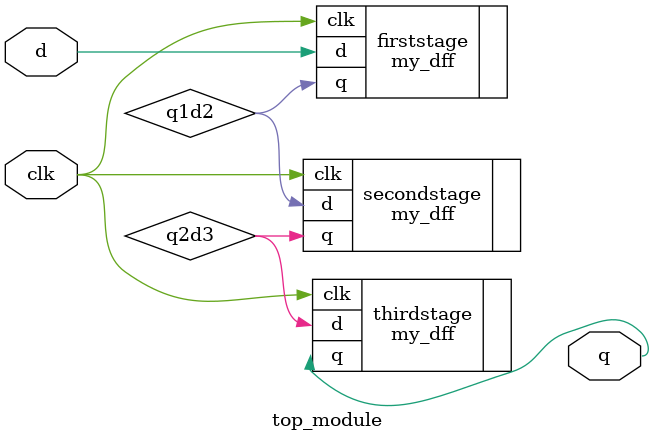
<source format=v>
module top_module ( input clk, input d, output q );

    wire q1d2, q2d3;
    
    my_dff firststage	( .clk(clk), .d(d), .q(q1d2) );
    my_dff secondstage	( .clk(clk), .d(q1d2), .q(q2d3) );
    my_dff thirdstage	( .clk(clk), .d(q2d3), .q(q) );
    
endmodule

</source>
